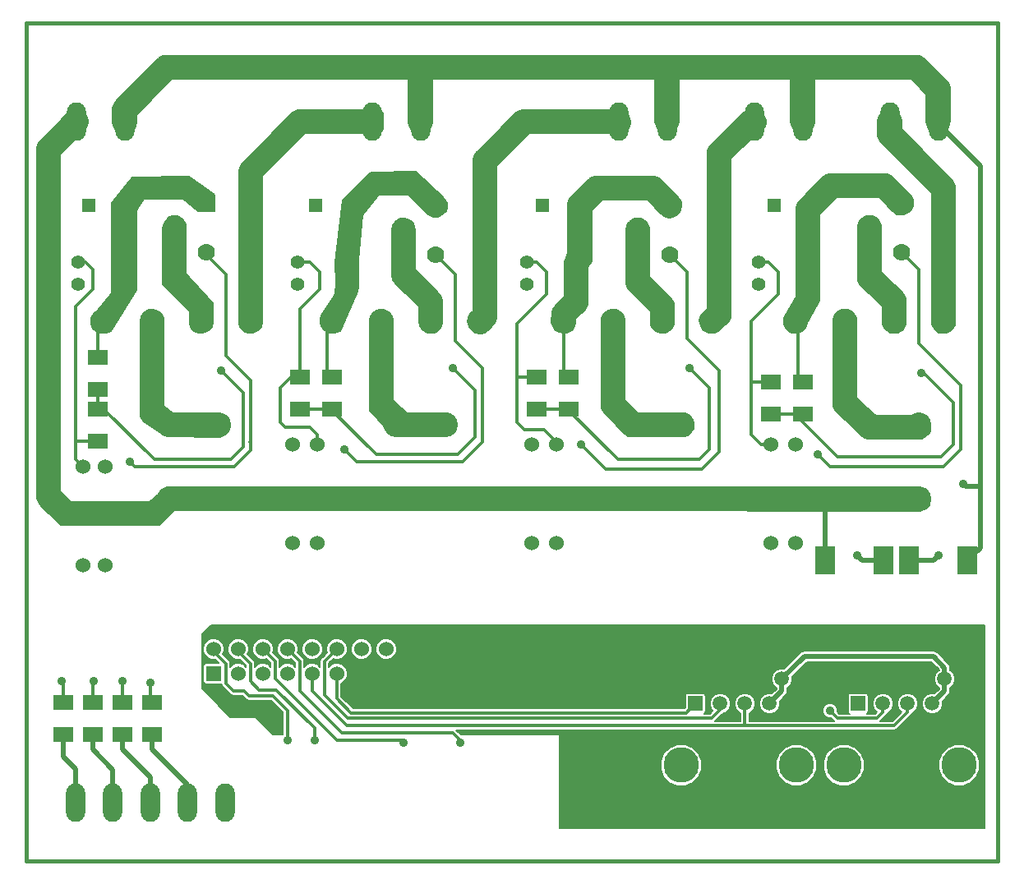
<source format=gtl>
G04 (created by PCBNEW (2013-jul-07)-stable) date ven. 28 nov. 2014 17:15:50 CET*
%MOIN*%
G04 Gerber Fmt 3.4, Leading zero omitted, Abs format*
%FSLAX34Y34*%
G01*
G70*
G90*
G04 APERTURE LIST*
%ADD10C,0.00590551*%
%ADD11C,0.015*%
%ADD12R,0.08X0.06*%
%ADD13O,0.078X0.156*%
%ADD14C,0.1*%
%ADD15C,0.055*%
%ADD16R,0.055X0.055*%
%ADD17C,0.1437*%
%ADD18R,0.0591X0.0591*%
%ADD19C,0.0591*%
%ADD20C,0.0787402*%
%ADD21C,0.07*%
%ADD22R,0.07X0.07*%
%ADD23R,0.06X0.06*%
%ADD24C,0.06*%
%ADD25R,0.0787X0.1181*%
%ADD26C,0.035*%
%ADD27C,0.011811*%
%ADD28C,0.0197*%
%ADD29C,0.005*%
G04 APERTURE END LIST*
G54D10*
G54D11*
X71500Y-62000D02*
X110900Y-62000D01*
X71500Y-28000D02*
X110900Y-28000D01*
X110900Y-28000D02*
X110800Y-28000D01*
X110900Y-62000D02*
X110900Y-28000D01*
X71500Y-62000D02*
X71500Y-28000D01*
G54D12*
X74400Y-42850D03*
X74400Y-41550D03*
G54D13*
X75490Y-32000D03*
X73520Y-32000D03*
G54D14*
X105700Y-47300D03*
X105700Y-44300D03*
X107700Y-47300D03*
X107700Y-44300D03*
X96100Y-47300D03*
X96100Y-44300D03*
X98100Y-47300D03*
X98100Y-44300D03*
X86500Y-47300D03*
X86500Y-44300D03*
X88500Y-47300D03*
X88500Y-44300D03*
X77300Y-47300D03*
X77300Y-44300D03*
X79300Y-47300D03*
X79300Y-44300D03*
G54D12*
X103000Y-43850D03*
X103000Y-42550D03*
X101700Y-43850D03*
X101700Y-42550D03*
G54D14*
X102700Y-40100D03*
X104700Y-40100D03*
X106700Y-40100D03*
X108700Y-40100D03*
G54D12*
X93500Y-43650D03*
X93500Y-42350D03*
X92200Y-43650D03*
X92200Y-42350D03*
G54D14*
X93300Y-40100D03*
X95300Y-40100D03*
X97300Y-40100D03*
X99300Y-40100D03*
G54D12*
X83900Y-43650D03*
X83900Y-42350D03*
X82600Y-43650D03*
X82600Y-42350D03*
G54D14*
X83900Y-40100D03*
X85900Y-40100D03*
X87900Y-40100D03*
X89900Y-40100D03*
G54D12*
X74400Y-43650D03*
X74400Y-44950D03*
G54D14*
X74600Y-40100D03*
X76600Y-40100D03*
X78600Y-40100D03*
X80600Y-40100D03*
G54D15*
X101200Y-38600D03*
X103200Y-38600D03*
G54D16*
X101850Y-35400D03*
G54D15*
X103350Y-35400D03*
X101200Y-37700D03*
X103200Y-37700D03*
X91800Y-38600D03*
X93800Y-38600D03*
G54D16*
X92450Y-35400D03*
G54D15*
X93950Y-35400D03*
X91800Y-37700D03*
X93800Y-37700D03*
X82500Y-38600D03*
X84500Y-38600D03*
G54D16*
X83250Y-35400D03*
G54D15*
X84750Y-35400D03*
X82500Y-37700D03*
X84500Y-37700D03*
X73600Y-38600D03*
X75600Y-38600D03*
G54D16*
X74050Y-35400D03*
G54D15*
X75550Y-35400D03*
X73600Y-37700D03*
X75600Y-37700D03*
G54D17*
X109338Y-58112D03*
X104665Y-58112D03*
G54D18*
X105250Y-55612D03*
G54D19*
X105750Y-54612D03*
X106250Y-55612D03*
X106750Y-54612D03*
X107250Y-55612D03*
X107750Y-54612D03*
X108250Y-55612D03*
X108750Y-54612D03*
G54D20*
X104250Y-60112D03*
X109700Y-60112D03*
G54D17*
X102738Y-58112D03*
X98065Y-58112D03*
G54D18*
X98650Y-55612D03*
G54D19*
X99150Y-54612D03*
X99650Y-55612D03*
X100150Y-54612D03*
X100650Y-55612D03*
X101150Y-54612D03*
X101650Y-55612D03*
X102150Y-54612D03*
G54D20*
X97650Y-60112D03*
X103100Y-60112D03*
G54D13*
X108490Y-32000D03*
X106520Y-32000D03*
X102990Y-32000D03*
X101020Y-32000D03*
X97490Y-32000D03*
X95520Y-32000D03*
X87490Y-32000D03*
X85520Y-32000D03*
G54D12*
X73000Y-56850D03*
X73000Y-55550D03*
X76600Y-56850D03*
X76600Y-55550D03*
X74200Y-56850D03*
X74200Y-55550D03*
X75400Y-56850D03*
X75400Y-55550D03*
G54D13*
X73500Y-59645D03*
X75015Y-59645D03*
X76531Y-59645D03*
X78047Y-59645D03*
X79562Y-59645D03*
G54D21*
X78800Y-37300D03*
X77500Y-36300D03*
G54D22*
X78800Y-35300D03*
G54D21*
X88100Y-37400D03*
X86800Y-36400D03*
G54D22*
X88100Y-35400D03*
G54D21*
X107000Y-37300D03*
X105700Y-36300D03*
G54D22*
X107000Y-35300D03*
G54D23*
X79100Y-54400D03*
G54D24*
X79100Y-53400D03*
X80100Y-54400D03*
X80100Y-53400D03*
X81100Y-54400D03*
X81100Y-53400D03*
X82100Y-54400D03*
X82100Y-53400D03*
X83100Y-54400D03*
X83100Y-53400D03*
X84100Y-54400D03*
X84100Y-53400D03*
X85100Y-54400D03*
X85100Y-53400D03*
X86100Y-54400D03*
X86100Y-53400D03*
G54D21*
X97600Y-37400D03*
X96300Y-36400D03*
G54D22*
X97600Y-35400D03*
G54D25*
X109681Y-49800D03*
X107319Y-49800D03*
X106281Y-49800D03*
X103919Y-49800D03*
G54D24*
X101700Y-49100D03*
X101700Y-45100D03*
X102700Y-49100D03*
X102700Y-45100D03*
X93000Y-49100D03*
X93000Y-45100D03*
X92000Y-49100D03*
X92000Y-45100D03*
X73800Y-50000D03*
X73800Y-46000D03*
X74700Y-50000D03*
X74700Y-46000D03*
X83300Y-49100D03*
X83300Y-45100D03*
X82300Y-49100D03*
X82300Y-45100D03*
G54D26*
X89100Y-57200D03*
X86800Y-57200D03*
X83200Y-57100D03*
X82100Y-57100D03*
X109500Y-46700D03*
X75700Y-45800D03*
X108500Y-49600D03*
X105200Y-49600D03*
X103600Y-45500D03*
X107800Y-42200D03*
X84400Y-45300D03*
X88800Y-42000D03*
X94000Y-45100D03*
X98400Y-42000D03*
X72950Y-54700D03*
X74250Y-54700D03*
X75400Y-54700D03*
X76550Y-54750D03*
X79400Y-42100D03*
X104100Y-55900D03*
G54D27*
X74400Y-41550D02*
X74400Y-40300D01*
X74400Y-40300D02*
X74600Y-40100D01*
X83700Y-42350D02*
X83700Y-40300D01*
X83700Y-40300D02*
X83900Y-40100D01*
X93300Y-42350D02*
X93300Y-40100D01*
X102800Y-42550D02*
X102800Y-40200D01*
X102800Y-40200D02*
X102700Y-40100D01*
X83100Y-54400D02*
X83100Y-55100D01*
X84500Y-56500D02*
X100650Y-56500D01*
X83100Y-55100D02*
X84500Y-56500D01*
X100650Y-55612D02*
X100650Y-56500D01*
X100650Y-56500D02*
X100700Y-56500D01*
X100700Y-56500D02*
X106700Y-56500D01*
X106700Y-56500D02*
X107250Y-55950D01*
X107250Y-55950D02*
X107250Y-55612D01*
G54D28*
X108750Y-54612D02*
X108750Y-54150D01*
X103062Y-53700D02*
X102150Y-54612D01*
X108300Y-53700D02*
X103062Y-53700D01*
X108750Y-54150D02*
X108300Y-53700D01*
X108750Y-54612D02*
X108750Y-55112D01*
X108750Y-55112D02*
X108250Y-55612D01*
X102150Y-54612D02*
X102150Y-55112D01*
X102150Y-55112D02*
X101650Y-55612D01*
G54D27*
X89100Y-57200D02*
X89100Y-57100D01*
X88800Y-56800D02*
X84300Y-56800D01*
X89100Y-57100D02*
X88800Y-56800D01*
X82100Y-53400D02*
X82600Y-53900D01*
X82600Y-55100D02*
X84300Y-56800D01*
X82600Y-53900D02*
X82600Y-55100D01*
X81600Y-53900D02*
X81100Y-53400D01*
X81600Y-54600D02*
X81600Y-53900D01*
X84100Y-57100D02*
X81600Y-54600D01*
X86700Y-57100D02*
X84100Y-57100D01*
X86800Y-57200D02*
X86700Y-57100D01*
X80600Y-54650D02*
X80600Y-54700D01*
X83200Y-56600D02*
X83200Y-57100D01*
X81650Y-55050D02*
X83200Y-56600D01*
X80950Y-55050D02*
X81650Y-55050D01*
X80600Y-54700D02*
X80950Y-55050D01*
X80100Y-53400D02*
X80100Y-53500D01*
X80600Y-54000D02*
X80600Y-54650D01*
X80100Y-53500D02*
X80600Y-54000D01*
X80550Y-55300D02*
X81500Y-55300D01*
X82100Y-55900D02*
X82100Y-57100D01*
X81500Y-55300D02*
X82100Y-55900D01*
X79900Y-55100D02*
X80350Y-55100D01*
X80350Y-55100D02*
X80550Y-55300D01*
X79600Y-54600D02*
X79600Y-54800D01*
X79600Y-54800D02*
X79900Y-55100D01*
X79100Y-53400D02*
X79100Y-53500D01*
X79600Y-54000D02*
X79600Y-54600D01*
X79100Y-53500D02*
X79600Y-54000D01*
G54D28*
X73500Y-59645D02*
X73500Y-58250D01*
X73000Y-57750D02*
X73000Y-56850D01*
X73500Y-58250D02*
X73000Y-57750D01*
X75015Y-59645D02*
X75015Y-58284D01*
X74200Y-57468D02*
X74200Y-56850D01*
X75015Y-58284D02*
X74200Y-57468D01*
X75400Y-56850D02*
X75400Y-57450D01*
X75400Y-57450D02*
X76531Y-58581D01*
X76531Y-58581D02*
X76531Y-59645D01*
X76531Y-59645D02*
X76531Y-58581D01*
X76600Y-56850D02*
X76600Y-57450D01*
X78047Y-58897D02*
X78047Y-59645D01*
X76600Y-57450D02*
X78047Y-58897D01*
X103919Y-49800D02*
X103919Y-47419D01*
X103919Y-47419D02*
X103900Y-47400D01*
X110200Y-46800D02*
X109600Y-46800D01*
X109600Y-46800D02*
X109500Y-46700D01*
X108490Y-32000D02*
X108490Y-32090D01*
X110200Y-49281D02*
X109681Y-49800D01*
X110200Y-33800D02*
X110200Y-46800D01*
X110200Y-46800D02*
X110200Y-49281D01*
X108490Y-32090D02*
X110200Y-33800D01*
G54D27*
X79560Y-46000D02*
X79920Y-46000D01*
X80580Y-45000D02*
X80600Y-45000D01*
X80600Y-45020D02*
X80580Y-45000D01*
X80600Y-45320D02*
X80600Y-45020D01*
X79920Y-46000D02*
X80600Y-45320D01*
X78800Y-37300D02*
X78800Y-37400D01*
X78800Y-37400D02*
X79600Y-38200D01*
X79600Y-41500D02*
X80600Y-42500D01*
X79600Y-38200D02*
X79600Y-41500D01*
X80600Y-45000D02*
X80600Y-42500D01*
X76400Y-46000D02*
X79560Y-46000D01*
X78800Y-37300D02*
X78900Y-37300D01*
X75900Y-46000D02*
X76400Y-46000D01*
X75700Y-45800D02*
X75900Y-46000D01*
X76300Y-46000D02*
X76400Y-46000D01*
G54D28*
X107319Y-49800D02*
X108300Y-49800D01*
X108300Y-49800D02*
X108500Y-49600D01*
X106281Y-49800D02*
X105400Y-49800D01*
X105400Y-49800D02*
X105200Y-49600D01*
G54D27*
X107700Y-38000D02*
X107000Y-37300D01*
X107700Y-41000D02*
X107700Y-38000D01*
X109400Y-42700D02*
X107700Y-41000D01*
X109400Y-45300D02*
X109400Y-42700D01*
X108700Y-46000D02*
X109400Y-45300D01*
X104100Y-46000D02*
X108700Y-46000D01*
X103600Y-45500D02*
X104100Y-46000D01*
X102800Y-43850D02*
X102800Y-44000D01*
X104400Y-45600D02*
X108600Y-45600D01*
X102800Y-44000D02*
X104400Y-45600D01*
X109100Y-45100D02*
X109100Y-43400D01*
X108600Y-45600D02*
X109100Y-45100D01*
X107900Y-42200D02*
X107800Y-42200D01*
X109100Y-43400D02*
X107900Y-42200D01*
X101700Y-43850D02*
X102800Y-43850D01*
X88900Y-38200D02*
X88100Y-37400D01*
X88900Y-40900D02*
X88900Y-38200D01*
X90000Y-42000D02*
X88900Y-40900D01*
X90000Y-45000D02*
X90000Y-42000D01*
X89200Y-45800D02*
X90000Y-45000D01*
X84900Y-45800D02*
X89200Y-45800D01*
X84400Y-45300D02*
X84900Y-45800D01*
X83700Y-43650D02*
X83850Y-43650D01*
X89700Y-42900D02*
X88800Y-42000D01*
X89700Y-44800D02*
X89700Y-42900D01*
X89000Y-45500D02*
X89700Y-44800D01*
X85700Y-45500D02*
X89000Y-45500D01*
X83850Y-43650D02*
X85700Y-45500D01*
X83700Y-43650D02*
X82600Y-43650D01*
X98300Y-38100D02*
X97600Y-37400D01*
X98300Y-40800D02*
X98300Y-38100D01*
X99600Y-42100D02*
X98300Y-40800D01*
X99600Y-45400D02*
X99600Y-42100D01*
X98900Y-46100D02*
X99600Y-45400D01*
X95000Y-46100D02*
X98900Y-46100D01*
X94000Y-45100D02*
X95000Y-46100D01*
X93300Y-43650D02*
X93450Y-43650D01*
X99200Y-42800D02*
X98400Y-42000D01*
X99200Y-45300D02*
X99200Y-42800D01*
X98800Y-45700D02*
X99200Y-45300D01*
X95500Y-45700D02*
X98800Y-45700D01*
X93450Y-43650D02*
X95500Y-45700D01*
X92200Y-43650D02*
X93300Y-43650D01*
X73000Y-54750D02*
X73000Y-55550D01*
X72950Y-54700D02*
X73000Y-54750D01*
X74200Y-54750D02*
X74200Y-55550D01*
X74250Y-54700D02*
X74200Y-54750D01*
X75400Y-54700D02*
X75400Y-55550D01*
X76550Y-54750D02*
X76550Y-55500D01*
X76550Y-55500D02*
X76600Y-55550D01*
X74400Y-43650D02*
X74650Y-43650D01*
X74650Y-43650D02*
X76700Y-45700D01*
X74400Y-43650D02*
X74400Y-42850D01*
X76700Y-45700D02*
X75600Y-44600D01*
X79400Y-42100D02*
X80300Y-43000D01*
X80300Y-43000D02*
X80300Y-45200D01*
X80300Y-45200D02*
X79800Y-45700D01*
X79800Y-45700D02*
X76700Y-45700D01*
X73500Y-45000D02*
X73500Y-45700D01*
X73500Y-45700D02*
X73800Y-46000D01*
X73500Y-43000D02*
X73500Y-45000D01*
X73600Y-37700D02*
X73900Y-37700D01*
X73500Y-39500D02*
X73500Y-40000D01*
X74200Y-38800D02*
X73500Y-39500D01*
X74200Y-38000D02*
X74200Y-38800D01*
X73900Y-37700D02*
X74200Y-38000D01*
X74400Y-44950D02*
X73500Y-44950D01*
X73500Y-44950D02*
X73500Y-45000D01*
X73500Y-43000D02*
X73500Y-40000D01*
X83300Y-45100D02*
X83300Y-44700D01*
X82250Y-42350D02*
X82600Y-42350D01*
X81800Y-42800D02*
X82250Y-42350D01*
X81800Y-44200D02*
X81800Y-42800D01*
X82000Y-44400D02*
X81800Y-44200D01*
X83000Y-44400D02*
X82000Y-44400D01*
X83300Y-44700D02*
X83000Y-44400D01*
X82600Y-42350D02*
X82600Y-39600D01*
X83000Y-37700D02*
X82500Y-37700D01*
X83400Y-38100D02*
X83000Y-37700D01*
X83400Y-38800D02*
X83400Y-38100D01*
X82600Y-39600D02*
X83400Y-38800D01*
X93000Y-45100D02*
X93000Y-45000D01*
X91400Y-44200D02*
X91400Y-42350D01*
X91700Y-44500D02*
X91400Y-44200D01*
X92500Y-44500D02*
X91700Y-44500D01*
X93000Y-45000D02*
X92500Y-44500D01*
X92200Y-42350D02*
X91400Y-42350D01*
X91400Y-42350D02*
X91400Y-42300D01*
X91400Y-42300D02*
X91400Y-40200D01*
X91400Y-40200D02*
X92600Y-39000D01*
X92600Y-39000D02*
X92600Y-38100D01*
X92600Y-38100D02*
X92200Y-37700D01*
X92200Y-37700D02*
X91800Y-37700D01*
X101700Y-45100D02*
X101300Y-45100D01*
X100900Y-44700D02*
X100900Y-44200D01*
X101300Y-45100D02*
X100900Y-44700D01*
X100900Y-43800D02*
X100900Y-44200D01*
X100900Y-43800D02*
X100900Y-42600D01*
X101700Y-42550D02*
X100900Y-42550D01*
X100900Y-42550D02*
X100900Y-42600D01*
X101200Y-37700D02*
X101600Y-37700D01*
X102000Y-38100D02*
X102000Y-38900D01*
X101600Y-37700D02*
X102000Y-38100D01*
X100900Y-41000D02*
X100900Y-40100D01*
X100900Y-40100D02*
X102000Y-39000D01*
X102000Y-39000D02*
X102000Y-38900D01*
X100900Y-42600D02*
X100900Y-41000D01*
X83600Y-54650D02*
X83600Y-55250D01*
X84550Y-56200D02*
X85400Y-56200D01*
X83600Y-55250D02*
X84550Y-56200D01*
X99650Y-55612D02*
X99650Y-55850D01*
X99650Y-55850D02*
X99300Y-56200D01*
X99300Y-56200D02*
X85400Y-56200D01*
X83600Y-53900D02*
X84100Y-53400D01*
X83600Y-54650D02*
X83600Y-53900D01*
X106250Y-55950D02*
X106250Y-55612D01*
X106000Y-56200D02*
X106250Y-55950D01*
X104400Y-56200D02*
X106000Y-56200D01*
X104100Y-55900D02*
X104400Y-56200D01*
X84100Y-54400D02*
X84100Y-55400D01*
X98280Y-55981D02*
X98650Y-55612D01*
X84681Y-55981D02*
X98280Y-55981D01*
X84100Y-55400D02*
X84681Y-55981D01*
G54D10*
G36*
X79125Y-35625D02*
X78459Y-35625D01*
X77859Y-35125D01*
X76286Y-35125D01*
X75975Y-35592D01*
X75975Y-38842D01*
X74932Y-40480D01*
X74744Y-40575D01*
X74553Y-40575D01*
X74362Y-40527D01*
X74219Y-40384D01*
X74125Y-40242D01*
X74125Y-40005D01*
X74175Y-39905D01*
X74175Y-39919D01*
X74975Y-38959D01*
X74975Y-35308D01*
X75812Y-34274D01*
X78092Y-34225D01*
X79125Y-34962D01*
X79125Y-35625D01*
X79125Y-35625D01*
G37*
G54D29*
X79125Y-35625D02*
X78459Y-35625D01*
X77859Y-35125D01*
X76286Y-35125D01*
X75975Y-35592D01*
X75975Y-38842D01*
X74932Y-40480D01*
X74744Y-40575D01*
X74553Y-40575D01*
X74362Y-40527D01*
X74219Y-40384D01*
X74125Y-40242D01*
X74125Y-40005D01*
X74175Y-39905D01*
X74175Y-39919D01*
X74975Y-38959D01*
X74975Y-35308D01*
X75812Y-34274D01*
X78092Y-34225D01*
X79125Y-34962D01*
X79125Y-35625D01*
G54D10*
G36*
X79075Y-40097D02*
X79026Y-40337D01*
X78885Y-40478D01*
X78645Y-40575D01*
X78457Y-40575D01*
X78315Y-40480D01*
X78219Y-40384D01*
X78125Y-40242D01*
X78125Y-40100D01*
X78125Y-39689D01*
X77025Y-38589D01*
X77025Y-36304D01*
X77121Y-36064D01*
X77313Y-35871D01*
X77454Y-35825D01*
X77641Y-35825D01*
X77832Y-35967D01*
X77975Y-36158D01*
X77975Y-36500D01*
X77975Y-38159D01*
X79075Y-39359D01*
X79075Y-40097D01*
X79075Y-40097D01*
G37*
G54D29*
X79075Y-40097D02*
X79026Y-40337D01*
X78885Y-40478D01*
X78645Y-40575D01*
X78457Y-40575D01*
X78315Y-40480D01*
X78219Y-40384D01*
X78125Y-40242D01*
X78125Y-40100D01*
X78125Y-39689D01*
X77025Y-38589D01*
X77025Y-36304D01*
X77121Y-36064D01*
X77313Y-35871D01*
X77454Y-35825D01*
X77641Y-35825D01*
X77832Y-35967D01*
X77975Y-36158D01*
X77975Y-36500D01*
X77975Y-38159D01*
X79075Y-39359D01*
X79075Y-40097D01*
G54D10*
G36*
X88575Y-35495D02*
X88528Y-35636D01*
X88385Y-35779D01*
X88194Y-35875D01*
X88005Y-35875D01*
X87814Y-35779D01*
X87010Y-34975D01*
X85788Y-34975D01*
X85125Y-35790D01*
X84975Y-37598D01*
X84975Y-38647D01*
X84926Y-38892D01*
X84231Y-40480D01*
X83995Y-40575D01*
X83854Y-40575D01*
X83711Y-40527D01*
X83568Y-40431D01*
X83472Y-40288D01*
X83425Y-40145D01*
X83425Y-40004D01*
X83472Y-39860D01*
X84024Y-39008D01*
X84075Y-38550D01*
X84025Y-37700D01*
X84323Y-35211D01*
X85460Y-34074D01*
X87290Y-34025D01*
X88380Y-35016D01*
X88575Y-35307D01*
X88575Y-35495D01*
X88575Y-35495D01*
G37*
G54D29*
X88575Y-35495D02*
X88528Y-35636D01*
X88385Y-35779D01*
X88194Y-35875D01*
X88005Y-35875D01*
X87814Y-35779D01*
X87010Y-34975D01*
X85788Y-34975D01*
X85125Y-35790D01*
X84975Y-37598D01*
X84975Y-38647D01*
X84926Y-38892D01*
X84231Y-40480D01*
X83995Y-40575D01*
X83854Y-40575D01*
X83711Y-40527D01*
X83568Y-40431D01*
X83472Y-40288D01*
X83425Y-40145D01*
X83425Y-40004D01*
X83472Y-39860D01*
X84024Y-39008D01*
X84075Y-38550D01*
X84025Y-37700D01*
X84323Y-35211D01*
X85460Y-34074D01*
X87290Y-34025D01*
X88380Y-35016D01*
X88575Y-35307D01*
X88575Y-35495D01*
G54D10*
G36*
X85975Y-32294D02*
X85884Y-32475D01*
X82789Y-32475D01*
X81075Y-34189D01*
X81075Y-40097D01*
X81026Y-40337D01*
X80885Y-40479D01*
X80694Y-40575D01*
X80550Y-40575D01*
X80504Y-40575D01*
X80363Y-40528D01*
X80267Y-40432D01*
X80171Y-40336D01*
X80125Y-40195D01*
X80125Y-40100D01*
X80125Y-33954D01*
X80221Y-33714D01*
X82314Y-31620D01*
X82505Y-31525D01*
X85150Y-31525D01*
X85886Y-31525D01*
X85975Y-31657D01*
X85975Y-32050D01*
X85975Y-32294D01*
X85975Y-32294D01*
G37*
G54D29*
X85975Y-32294D02*
X85884Y-32475D01*
X82789Y-32475D01*
X81075Y-34189D01*
X81075Y-40097D01*
X81026Y-40337D01*
X80885Y-40479D01*
X80694Y-40575D01*
X80550Y-40575D01*
X80504Y-40575D01*
X80363Y-40528D01*
X80267Y-40432D01*
X80171Y-40336D01*
X80125Y-40195D01*
X80125Y-40100D01*
X80125Y-33954D01*
X80221Y-33714D01*
X82314Y-31620D01*
X82505Y-31525D01*
X85150Y-31525D01*
X85886Y-31525D01*
X85975Y-31657D01*
X85975Y-32050D01*
X85975Y-32294D01*
G54D10*
G36*
X88974Y-44300D02*
X88926Y-44491D01*
X88880Y-44583D01*
X88689Y-44726D01*
X88496Y-44775D01*
X86503Y-44775D01*
X86310Y-44726D01*
X86168Y-44631D01*
X86071Y-44487D01*
X85970Y-44285D01*
X85425Y-43739D01*
X85425Y-40054D01*
X85472Y-39911D01*
X85568Y-39768D01*
X85711Y-39672D01*
X85854Y-39625D01*
X85950Y-39625D01*
X85994Y-39625D01*
X86185Y-39720D01*
X86279Y-39814D01*
X86326Y-39909D01*
X86375Y-40054D01*
X86375Y-43311D01*
X86940Y-43825D01*
X88545Y-43825D01*
X88690Y-43873D01*
X88785Y-43920D01*
X88879Y-44014D01*
X88926Y-44108D01*
X88974Y-44300D01*
X88974Y-44300D01*
G37*
G54D29*
X88974Y-44300D02*
X88926Y-44491D01*
X88880Y-44583D01*
X88689Y-44726D01*
X88496Y-44775D01*
X86503Y-44775D01*
X86310Y-44726D01*
X86168Y-44631D01*
X86071Y-44487D01*
X85970Y-44285D01*
X85425Y-43739D01*
X85425Y-40054D01*
X85472Y-39911D01*
X85568Y-39768D01*
X85711Y-39672D01*
X85854Y-39625D01*
X85950Y-39625D01*
X85994Y-39625D01*
X86185Y-39720D01*
X86279Y-39814D01*
X86326Y-39909D01*
X86375Y-40054D01*
X86375Y-43311D01*
X86940Y-43825D01*
X88545Y-43825D01*
X88690Y-43873D01*
X88785Y-43920D01*
X88879Y-44014D01*
X88926Y-44108D01*
X88974Y-44300D01*
G54D10*
G36*
X79775Y-44356D02*
X79736Y-44490D01*
X79670Y-44604D01*
X79565Y-44699D01*
X79451Y-44756D01*
X79336Y-44784D01*
X77273Y-44775D01*
X77090Y-44726D01*
X76277Y-44152D01*
X76144Y-43960D01*
X76125Y-43788D01*
X76125Y-40082D01*
X76153Y-39929D01*
X76229Y-39805D01*
X76324Y-39710D01*
X76458Y-39643D01*
X76552Y-39625D01*
X76647Y-39625D01*
X76770Y-39653D01*
X76903Y-39729D01*
X76990Y-39835D01*
X77037Y-39901D01*
X77065Y-39994D01*
X77075Y-40101D01*
X77075Y-43542D01*
X77451Y-43814D01*
X79168Y-43824D01*
X79471Y-43854D01*
X79613Y-43939D01*
X79689Y-44024D01*
X79746Y-44128D01*
X79775Y-44262D01*
X79775Y-44356D01*
X79775Y-44356D01*
G37*
G54D29*
X79775Y-44356D02*
X79736Y-44490D01*
X79670Y-44604D01*
X79565Y-44699D01*
X79451Y-44756D01*
X79336Y-44784D01*
X77273Y-44775D01*
X77090Y-44726D01*
X76277Y-44152D01*
X76144Y-43960D01*
X76125Y-43788D01*
X76125Y-40082D01*
X76153Y-39929D01*
X76229Y-39805D01*
X76324Y-39710D01*
X76458Y-39643D01*
X76552Y-39625D01*
X76647Y-39625D01*
X76770Y-39653D01*
X76903Y-39729D01*
X76990Y-39835D01*
X77037Y-39901D01*
X77065Y-39994D01*
X77075Y-40101D01*
X77075Y-43542D01*
X77451Y-43814D01*
X79168Y-43824D01*
X79471Y-43854D01*
X79613Y-43939D01*
X79689Y-44024D01*
X79746Y-44128D01*
X79775Y-44262D01*
X79775Y-44356D01*
G54D10*
G36*
X88375Y-40156D02*
X88336Y-40280D01*
X88279Y-40394D01*
X88166Y-40498D01*
X88061Y-40546D01*
X87956Y-40575D01*
X87862Y-40575D01*
X87767Y-40555D01*
X87653Y-40508D01*
X87529Y-40403D01*
X87453Y-40271D01*
X87425Y-40127D01*
X87425Y-39509D01*
X86508Y-38583D01*
X86373Y-38418D01*
X86325Y-38207D01*
X86325Y-36353D01*
X86353Y-36238D01*
X86382Y-36181D01*
X86420Y-36114D01*
X86477Y-36048D01*
X86552Y-35991D01*
X86666Y-35944D01*
X86799Y-35925D01*
X86980Y-35963D01*
X87094Y-36029D01*
X87189Y-36134D01*
X87246Y-36248D01*
X87275Y-36382D01*
X87275Y-37990D01*
X88141Y-38857D01*
X88279Y-39014D01*
X88346Y-39129D01*
X88375Y-39262D01*
X88375Y-40050D01*
X88375Y-40156D01*
X88375Y-40156D01*
G37*
G54D29*
X88375Y-40156D02*
X88336Y-40280D01*
X88279Y-40394D01*
X88166Y-40498D01*
X88061Y-40546D01*
X87956Y-40575D01*
X87862Y-40575D01*
X87767Y-40555D01*
X87653Y-40508D01*
X87529Y-40403D01*
X87453Y-40271D01*
X87425Y-40127D01*
X87425Y-39509D01*
X86508Y-38583D01*
X86373Y-38418D01*
X86325Y-38207D01*
X86325Y-36353D01*
X86353Y-36238D01*
X86382Y-36181D01*
X86420Y-36114D01*
X86477Y-36048D01*
X86552Y-35991D01*
X86666Y-35944D01*
X86799Y-35925D01*
X86980Y-35963D01*
X87094Y-36029D01*
X87189Y-36134D01*
X87246Y-36248D01*
X87275Y-36382D01*
X87275Y-37990D01*
X88141Y-38857D01*
X88279Y-39014D01*
X88346Y-39129D01*
X88375Y-39262D01*
X88375Y-40050D01*
X88375Y-40156D01*
G54D10*
G36*
X95994Y-32027D02*
X95956Y-32200D01*
X95891Y-32312D01*
X95622Y-32494D01*
X95110Y-32475D01*
X91899Y-32475D01*
X90575Y-33799D01*
X90565Y-39985D01*
X90498Y-40156D01*
X90263Y-40431D01*
X90089Y-40546D01*
X89929Y-40584D01*
X89700Y-40546D01*
X89567Y-40441D01*
X89472Y-40327D01*
X89424Y-40194D01*
X89415Y-40090D01*
X89434Y-39967D01*
X89481Y-39862D01*
X89549Y-39766D01*
X89625Y-39690D01*
X89625Y-33760D01*
X89625Y-33533D01*
X89672Y-33381D01*
X89749Y-33276D01*
X89857Y-33167D01*
X91385Y-31630D01*
X91518Y-31553D01*
X91662Y-31525D01*
X91940Y-31525D01*
X95150Y-31525D01*
X95632Y-31525D01*
X95891Y-31697D01*
X95985Y-31867D01*
X95994Y-32027D01*
X95994Y-32027D01*
G37*
G54D29*
X95994Y-32027D02*
X95956Y-32200D01*
X95891Y-32312D01*
X95622Y-32494D01*
X95110Y-32475D01*
X91899Y-32475D01*
X90575Y-33799D01*
X90565Y-39985D01*
X90498Y-40156D01*
X90263Y-40431D01*
X90089Y-40546D01*
X89929Y-40584D01*
X89700Y-40546D01*
X89567Y-40441D01*
X89472Y-40327D01*
X89424Y-40194D01*
X89415Y-40090D01*
X89434Y-39967D01*
X89481Y-39862D01*
X89549Y-39766D01*
X89625Y-39690D01*
X89625Y-33760D01*
X89625Y-33533D01*
X89672Y-33381D01*
X89749Y-33276D01*
X89857Y-33167D01*
X91385Y-31630D01*
X91518Y-31553D01*
X91662Y-31525D01*
X91940Y-31525D01*
X95150Y-31525D01*
X95632Y-31525D01*
X95891Y-31697D01*
X95985Y-31867D01*
X95994Y-32027D01*
G54D10*
G36*
X98084Y-35418D02*
X98046Y-35571D01*
X97999Y-35665D01*
X97901Y-35772D01*
X97865Y-35809D01*
X97743Y-35865D01*
X97581Y-35884D01*
X97448Y-35856D01*
X97333Y-35798D01*
X97206Y-35691D01*
X96690Y-35175D01*
X94859Y-35175D01*
X94425Y-35609D01*
X94425Y-37500D01*
X94425Y-37626D01*
X94396Y-37729D01*
X94275Y-37912D01*
X94275Y-39328D01*
X94265Y-39433D01*
X94218Y-39537D01*
X94160Y-39623D01*
X93775Y-39999D01*
X93775Y-40146D01*
X93746Y-40261D01*
X93698Y-40366D01*
X93623Y-40451D01*
X93499Y-40537D01*
X93405Y-40565D01*
X93291Y-40574D01*
X93137Y-40545D01*
X93033Y-40498D01*
X92948Y-40422D01*
X92891Y-40346D01*
X92853Y-40270D01*
X92815Y-40155D01*
X92815Y-40120D01*
X92824Y-39743D01*
X92862Y-39591D01*
X92988Y-39426D01*
X93325Y-39090D01*
X93325Y-37695D01*
X93475Y-37345D01*
X93475Y-35334D01*
X93551Y-35133D01*
X94335Y-34329D01*
X94430Y-34272D01*
X94565Y-34224D01*
X94730Y-34215D01*
X96936Y-34215D01*
X97090Y-34253D01*
X97155Y-34290D01*
X97223Y-34348D01*
X97911Y-35026D01*
X98018Y-35172D01*
X98065Y-35276D01*
X98084Y-35418D01*
X98084Y-35418D01*
G37*
G54D29*
X98084Y-35418D02*
X98046Y-35571D01*
X97999Y-35665D01*
X97901Y-35772D01*
X97865Y-35809D01*
X97743Y-35865D01*
X97581Y-35884D01*
X97448Y-35856D01*
X97333Y-35798D01*
X97206Y-35691D01*
X96690Y-35175D01*
X94859Y-35175D01*
X94425Y-35609D01*
X94425Y-37500D01*
X94425Y-37626D01*
X94396Y-37729D01*
X94275Y-37912D01*
X94275Y-39328D01*
X94265Y-39433D01*
X94218Y-39537D01*
X94160Y-39623D01*
X93775Y-39999D01*
X93775Y-40146D01*
X93746Y-40261D01*
X93698Y-40366D01*
X93623Y-40451D01*
X93499Y-40537D01*
X93405Y-40565D01*
X93291Y-40574D01*
X93137Y-40545D01*
X93033Y-40498D01*
X92948Y-40422D01*
X92891Y-40346D01*
X92853Y-40270D01*
X92815Y-40155D01*
X92815Y-40120D01*
X92824Y-39743D01*
X92862Y-39591D01*
X92988Y-39426D01*
X93325Y-39090D01*
X93325Y-37695D01*
X93475Y-37345D01*
X93475Y-35334D01*
X93551Y-35133D01*
X94335Y-34329D01*
X94430Y-34272D01*
X94565Y-34224D01*
X94730Y-34215D01*
X96936Y-34215D01*
X97090Y-34253D01*
X97155Y-34290D01*
X97223Y-34348D01*
X97911Y-35026D01*
X98018Y-35172D01*
X98065Y-35276D01*
X98084Y-35418D01*
G54D10*
G36*
X98575Y-44328D02*
X98555Y-44452D01*
X98518Y-44536D01*
X98442Y-44632D01*
X98337Y-44717D01*
X98165Y-44775D01*
X96120Y-44775D01*
X95994Y-44765D01*
X95919Y-44746D01*
X95834Y-44699D01*
X95776Y-44651D01*
X94920Y-43785D01*
X94844Y-43632D01*
X94825Y-43517D01*
X94825Y-40120D01*
X94834Y-39986D01*
X94872Y-39901D01*
X94930Y-39804D01*
X94976Y-39748D01*
X95033Y-39711D01*
X95110Y-39662D01*
X95224Y-39625D01*
X95337Y-39625D01*
X95442Y-39644D01*
X95547Y-39691D01*
X95622Y-39748D01*
X95689Y-39824D01*
X95746Y-39919D01*
X95765Y-39994D01*
X95775Y-40061D01*
X95775Y-43290D01*
X96309Y-43825D01*
X98128Y-43825D01*
X98251Y-43844D01*
X98374Y-43910D01*
X98451Y-43986D01*
X98537Y-44101D01*
X98575Y-44214D01*
X98575Y-44328D01*
X98575Y-44328D01*
G37*
G54D29*
X98575Y-44328D02*
X98555Y-44452D01*
X98518Y-44536D01*
X98442Y-44632D01*
X98337Y-44717D01*
X98165Y-44775D01*
X96120Y-44775D01*
X95994Y-44765D01*
X95919Y-44746D01*
X95834Y-44699D01*
X95776Y-44651D01*
X94920Y-43785D01*
X94844Y-43632D01*
X94825Y-43517D01*
X94825Y-40120D01*
X94834Y-39986D01*
X94872Y-39901D01*
X94930Y-39804D01*
X94976Y-39748D01*
X95033Y-39711D01*
X95110Y-39662D01*
X95224Y-39625D01*
X95337Y-39625D01*
X95442Y-39644D01*
X95547Y-39691D01*
X95622Y-39748D01*
X95689Y-39824D01*
X95746Y-39919D01*
X95765Y-39994D01*
X95775Y-40061D01*
X95775Y-43290D01*
X96309Y-43825D01*
X98128Y-43825D01*
X98251Y-43844D01*
X98374Y-43910D01*
X98451Y-43986D01*
X98537Y-44101D01*
X98575Y-44214D01*
X98575Y-44328D01*
G54D10*
G36*
X97775Y-40098D02*
X97765Y-40214D01*
X97727Y-40308D01*
X97670Y-40403D01*
X97584Y-40479D01*
X97508Y-40527D01*
X97423Y-40565D01*
X97308Y-40575D01*
X97233Y-40575D01*
X97109Y-40536D01*
X97005Y-40479D01*
X96929Y-40404D01*
X96881Y-40327D01*
X96834Y-40233D01*
X96825Y-40118D01*
X96825Y-40020D01*
X96825Y-39699D01*
X95910Y-38774D01*
X95853Y-38670D01*
X95825Y-38576D01*
X95825Y-38420D01*
X95825Y-36362D01*
X95853Y-36229D01*
X95910Y-36133D01*
X95967Y-36058D01*
X96062Y-35991D01*
X96186Y-35934D01*
X96289Y-35925D01*
X96433Y-35944D01*
X96547Y-35991D01*
X96642Y-36067D01*
X96708Y-36152D01*
X96746Y-36238D01*
X96765Y-36305D01*
X96775Y-36371D01*
X96775Y-38300D01*
X97640Y-39166D01*
X97727Y-39291D01*
X97765Y-39395D01*
X97775Y-39471D01*
X97775Y-40098D01*
X97775Y-40098D01*
G37*
G54D29*
X97775Y-40098D02*
X97765Y-40214D01*
X97727Y-40308D01*
X97670Y-40403D01*
X97584Y-40479D01*
X97508Y-40527D01*
X97423Y-40565D01*
X97308Y-40575D01*
X97233Y-40575D01*
X97109Y-40536D01*
X97005Y-40479D01*
X96929Y-40404D01*
X96881Y-40327D01*
X96834Y-40233D01*
X96825Y-40118D01*
X96825Y-40020D01*
X96825Y-39699D01*
X95910Y-38774D01*
X95853Y-38670D01*
X95825Y-38576D01*
X95825Y-38420D01*
X95825Y-36362D01*
X95853Y-36229D01*
X95910Y-36133D01*
X95967Y-36058D01*
X96062Y-35991D01*
X96186Y-35934D01*
X96289Y-35925D01*
X96433Y-35944D01*
X96547Y-35991D01*
X96642Y-36067D01*
X96708Y-36152D01*
X96746Y-36238D01*
X96765Y-36305D01*
X96775Y-36371D01*
X96775Y-38300D01*
X97640Y-39166D01*
X97727Y-39291D01*
X97765Y-39395D01*
X97775Y-39471D01*
X97775Y-40098D01*
G54D10*
G36*
X101495Y-32075D02*
X101456Y-32181D01*
X101418Y-32275D01*
X101393Y-32300D01*
X101104Y-32500D01*
X100862Y-32721D01*
X100085Y-33499D01*
X100075Y-39759D01*
X100065Y-39915D01*
X100037Y-40019D01*
X99970Y-40113D01*
X99713Y-40371D01*
X99565Y-40489D01*
X99451Y-40555D01*
X99309Y-40574D01*
X99176Y-40565D01*
X99033Y-40498D01*
X98939Y-40413D01*
X98862Y-40299D01*
X98824Y-40165D01*
X98815Y-40072D01*
X98882Y-39861D01*
X98988Y-39726D01*
X99125Y-39590D01*
X99125Y-33262D01*
X99143Y-33148D01*
X99210Y-33024D01*
X99397Y-32827D01*
X100556Y-31659D01*
X100623Y-31610D01*
X100703Y-31561D01*
X100798Y-31503D01*
X100902Y-31485D01*
X101018Y-31485D01*
X101150Y-31503D01*
X101294Y-31609D01*
X101410Y-31715D01*
X101447Y-31780D01*
X101495Y-31914D01*
X101495Y-32030D01*
X101495Y-32075D01*
X101495Y-32075D01*
G37*
G54D29*
X101495Y-32075D02*
X101456Y-32181D01*
X101418Y-32275D01*
X101393Y-32300D01*
X101104Y-32500D01*
X100862Y-32721D01*
X100085Y-33499D01*
X100075Y-39759D01*
X100065Y-39915D01*
X100037Y-40019D01*
X99970Y-40113D01*
X99713Y-40371D01*
X99565Y-40489D01*
X99451Y-40555D01*
X99309Y-40574D01*
X99176Y-40565D01*
X99033Y-40498D01*
X98939Y-40413D01*
X98862Y-40299D01*
X98824Y-40165D01*
X98815Y-40072D01*
X98882Y-39861D01*
X98988Y-39726D01*
X99125Y-39590D01*
X99125Y-33262D01*
X99143Y-33148D01*
X99210Y-33024D01*
X99397Y-32827D01*
X100556Y-31659D01*
X100623Y-31610D01*
X100703Y-31561D01*
X100798Y-31503D01*
X100902Y-31485D01*
X101018Y-31485D01*
X101150Y-31503D01*
X101294Y-31609D01*
X101410Y-31715D01*
X101447Y-31780D01*
X101495Y-31914D01*
X101495Y-32030D01*
X101495Y-32075D01*
G54D10*
G36*
X107485Y-35336D02*
X107465Y-35413D01*
X107446Y-35480D01*
X107409Y-35555D01*
X107342Y-35631D01*
X107247Y-35708D01*
X107114Y-35765D01*
X106981Y-35774D01*
X106819Y-35746D01*
X106694Y-35659D01*
X106636Y-35620D01*
X106100Y-35075D01*
X104359Y-35075D01*
X103675Y-35759D01*
X103675Y-39263D01*
X103176Y-40169D01*
X103137Y-40289D01*
X103070Y-40394D01*
X103003Y-40460D01*
X102908Y-40527D01*
X102814Y-40565D01*
X102700Y-40574D01*
X102585Y-40565D01*
X102481Y-40527D01*
X102396Y-40470D01*
X102310Y-40375D01*
X102263Y-40290D01*
X102234Y-40195D01*
X102225Y-40050D01*
X102234Y-39947D01*
X102724Y-39096D01*
X102735Y-37620D01*
X102725Y-35464D01*
X102791Y-35293D01*
X103337Y-34727D01*
X103864Y-34210D01*
X103978Y-34153D01*
X104084Y-34124D01*
X104171Y-34115D01*
X106318Y-34124D01*
X106443Y-34144D01*
X106519Y-34172D01*
X106583Y-34209D01*
X106622Y-34257D01*
X106733Y-34348D01*
X107341Y-34966D01*
X107399Y-35034D01*
X107437Y-35100D01*
X107465Y-35176D01*
X107475Y-35234D01*
X107485Y-35292D01*
X107485Y-35336D01*
X107485Y-35336D01*
G37*
G54D29*
X107485Y-35336D02*
X107465Y-35413D01*
X107446Y-35480D01*
X107409Y-35555D01*
X107342Y-35631D01*
X107247Y-35708D01*
X107114Y-35765D01*
X106981Y-35774D01*
X106819Y-35746D01*
X106694Y-35659D01*
X106636Y-35620D01*
X106100Y-35075D01*
X104359Y-35075D01*
X103675Y-35759D01*
X103675Y-39263D01*
X103176Y-40169D01*
X103137Y-40289D01*
X103070Y-40394D01*
X103003Y-40460D01*
X102908Y-40527D01*
X102814Y-40565D01*
X102700Y-40574D01*
X102585Y-40565D01*
X102481Y-40527D01*
X102396Y-40470D01*
X102310Y-40375D01*
X102263Y-40290D01*
X102234Y-40195D01*
X102225Y-40050D01*
X102234Y-39947D01*
X102724Y-39096D01*
X102735Y-37620D01*
X102725Y-35464D01*
X102791Y-35293D01*
X103337Y-34727D01*
X103864Y-34210D01*
X103978Y-34153D01*
X104084Y-34124D01*
X104171Y-34115D01*
X106318Y-34124D01*
X106443Y-34144D01*
X106519Y-34172D01*
X106583Y-34209D01*
X106622Y-34257D01*
X106733Y-34348D01*
X107341Y-34966D01*
X107399Y-35034D01*
X107437Y-35100D01*
X107465Y-35176D01*
X107475Y-35234D01*
X107485Y-35292D01*
X107485Y-35336D01*
G54D10*
G36*
X107185Y-40057D02*
X107155Y-40233D01*
X107108Y-40356D01*
X107023Y-40451D01*
X106947Y-40508D01*
X106861Y-40546D01*
X106766Y-40575D01*
X106642Y-40575D01*
X106548Y-40556D01*
X106453Y-40508D01*
X106367Y-40442D01*
X106310Y-40366D01*
X106272Y-40298D01*
X106243Y-40231D01*
X106225Y-40156D01*
X106225Y-39499D01*
X105301Y-38585D01*
X105244Y-38452D01*
X105225Y-38357D01*
X105225Y-36263D01*
X105263Y-36109D01*
X105329Y-36005D01*
X105425Y-35910D01*
X105509Y-35863D01*
X105605Y-35834D01*
X105671Y-35825D01*
X105737Y-35825D01*
X105842Y-35844D01*
X105908Y-35872D01*
X105975Y-35910D01*
X106051Y-35976D01*
X106118Y-36072D01*
X106146Y-36139D01*
X106165Y-36186D01*
X106175Y-36261D01*
X106175Y-38090D01*
X107060Y-38975D01*
X107137Y-39101D01*
X107165Y-39176D01*
X107185Y-39282D01*
X107185Y-40057D01*
X107185Y-40057D01*
G37*
G54D29*
X107185Y-40057D02*
X107155Y-40233D01*
X107108Y-40356D01*
X107023Y-40451D01*
X106947Y-40508D01*
X106861Y-40546D01*
X106766Y-40575D01*
X106642Y-40575D01*
X106548Y-40556D01*
X106453Y-40508D01*
X106367Y-40442D01*
X106310Y-40366D01*
X106272Y-40298D01*
X106243Y-40231D01*
X106225Y-40156D01*
X106225Y-39499D01*
X105301Y-38585D01*
X105244Y-38452D01*
X105225Y-38357D01*
X105225Y-36263D01*
X105263Y-36109D01*
X105329Y-36005D01*
X105425Y-35910D01*
X105509Y-35863D01*
X105605Y-35834D01*
X105671Y-35825D01*
X105737Y-35825D01*
X105842Y-35844D01*
X105908Y-35872D01*
X105975Y-35910D01*
X106051Y-35976D01*
X106118Y-36072D01*
X106146Y-36139D01*
X106165Y-36186D01*
X106175Y-36261D01*
X106175Y-38090D01*
X107060Y-38975D01*
X107137Y-39101D01*
X107165Y-39176D01*
X107185Y-39282D01*
X107185Y-40057D01*
G54D10*
G36*
X108965Y-31898D02*
X108945Y-32114D01*
X108917Y-32199D01*
X108869Y-32284D01*
X108754Y-32400D01*
X108639Y-32476D01*
X108536Y-32505D01*
X108433Y-32505D01*
X108319Y-32476D01*
X108224Y-32419D01*
X108168Y-32372D01*
X108111Y-32296D01*
X108053Y-32190D01*
X108024Y-32094D01*
X108015Y-32018D01*
X108015Y-30899D01*
X107400Y-30275D01*
X103465Y-30275D01*
X103465Y-32037D01*
X103436Y-32171D01*
X103370Y-32294D01*
X103273Y-32381D01*
X103167Y-32468D01*
X103095Y-32495D01*
X102913Y-32495D01*
X102810Y-32466D01*
X102736Y-32420D01*
X102629Y-32304D01*
X102553Y-32199D01*
X102515Y-32037D01*
X102515Y-30275D01*
X97965Y-30275D01*
X97965Y-31997D01*
X97916Y-32210D01*
X97830Y-32343D01*
X97718Y-32446D01*
X97577Y-32475D01*
X97431Y-32475D01*
X97319Y-32465D01*
X97176Y-32360D01*
X97091Y-32276D01*
X97024Y-32104D01*
X97015Y-32008D01*
X97015Y-30275D01*
X87965Y-30275D01*
X87965Y-32076D01*
X87917Y-32227D01*
X87823Y-32341D01*
X87689Y-32426D01*
X87507Y-32474D01*
X87364Y-32465D01*
X87204Y-32418D01*
X87110Y-32296D01*
X87034Y-32161D01*
X87015Y-32028D01*
X87015Y-30275D01*
X77409Y-30275D01*
X75975Y-31719D01*
X75975Y-32027D01*
X75946Y-32171D01*
X75908Y-32247D01*
X75840Y-32343D01*
X75763Y-32421D01*
X75649Y-32506D01*
X75548Y-32524D01*
X75426Y-32515D01*
X75233Y-32418D01*
X75138Y-32343D01*
X75072Y-32238D01*
X75024Y-32132D01*
X75005Y-32027D01*
X75005Y-31424D01*
X75061Y-31282D01*
X75178Y-31136D01*
X76875Y-29439D01*
X76980Y-29372D01*
X77066Y-29344D01*
X77143Y-29325D01*
X77260Y-29325D01*
X107597Y-29315D01*
X107752Y-29344D01*
X107837Y-29381D01*
X107914Y-29439D01*
X108012Y-29528D01*
X108869Y-30395D01*
X108926Y-30500D01*
X108965Y-30614D01*
X108965Y-31898D01*
X108965Y-31898D01*
G37*
G54D29*
X108965Y-31898D02*
X108945Y-32114D01*
X108917Y-32199D01*
X108869Y-32284D01*
X108754Y-32400D01*
X108639Y-32476D01*
X108536Y-32505D01*
X108433Y-32505D01*
X108319Y-32476D01*
X108224Y-32419D01*
X108168Y-32372D01*
X108111Y-32296D01*
X108053Y-32190D01*
X108024Y-32094D01*
X108015Y-32018D01*
X108015Y-30899D01*
X107400Y-30275D01*
X103465Y-30275D01*
X103465Y-32037D01*
X103436Y-32171D01*
X103370Y-32294D01*
X103273Y-32381D01*
X103167Y-32468D01*
X103095Y-32495D01*
X102913Y-32495D01*
X102810Y-32466D01*
X102736Y-32420D01*
X102629Y-32304D01*
X102553Y-32199D01*
X102515Y-32037D01*
X102515Y-30275D01*
X97965Y-30275D01*
X97965Y-31997D01*
X97916Y-32210D01*
X97830Y-32343D01*
X97718Y-32446D01*
X97577Y-32475D01*
X97431Y-32475D01*
X97319Y-32465D01*
X97176Y-32360D01*
X97091Y-32276D01*
X97024Y-32104D01*
X97015Y-32008D01*
X97015Y-30275D01*
X87965Y-30275D01*
X87965Y-32076D01*
X87917Y-32227D01*
X87823Y-32341D01*
X87689Y-32426D01*
X87507Y-32474D01*
X87364Y-32465D01*
X87204Y-32418D01*
X87110Y-32296D01*
X87034Y-32161D01*
X87015Y-32028D01*
X87015Y-30275D01*
X77409Y-30275D01*
X75975Y-31719D01*
X75975Y-32027D01*
X75946Y-32171D01*
X75908Y-32247D01*
X75840Y-32343D01*
X75763Y-32421D01*
X75649Y-32506D01*
X75548Y-32524D01*
X75426Y-32515D01*
X75233Y-32418D01*
X75138Y-32343D01*
X75072Y-32238D01*
X75024Y-32132D01*
X75005Y-32027D01*
X75005Y-31424D01*
X75061Y-31282D01*
X75178Y-31136D01*
X76875Y-29439D01*
X76980Y-29372D01*
X77066Y-29344D01*
X77143Y-29325D01*
X77260Y-29325D01*
X107597Y-29315D01*
X107752Y-29344D01*
X107837Y-29381D01*
X107914Y-29439D01*
X108012Y-29528D01*
X108869Y-30395D01*
X108926Y-30500D01*
X108965Y-30614D01*
X108965Y-31898D01*
G54D10*
G36*
X108174Y-47271D02*
X108126Y-47548D01*
X107995Y-47698D01*
X107735Y-47785D01*
X105390Y-47785D01*
X96130Y-47775D01*
X77489Y-47775D01*
X76889Y-48375D01*
X73900Y-48375D01*
X72910Y-48375D01*
X72119Y-47584D01*
X71925Y-47292D01*
X71925Y-46650D01*
X71925Y-33072D01*
X71953Y-32939D01*
X72029Y-32815D01*
X72587Y-32247D01*
X73185Y-31649D01*
X73378Y-31534D01*
X73539Y-31515D01*
X73670Y-31533D01*
X73881Y-31677D01*
X73938Y-31762D01*
X73986Y-31858D01*
X74005Y-31952D01*
X74005Y-32037D01*
X73985Y-32122D01*
X73947Y-32228D01*
X73900Y-32294D01*
X73592Y-32622D01*
X73412Y-32781D01*
X72875Y-33319D01*
X72875Y-47010D01*
X73289Y-47425D01*
X76509Y-47425D01*
X77209Y-46825D01*
X105700Y-46825D01*
X107686Y-46825D01*
X107976Y-46902D01*
X108107Y-47052D01*
X108174Y-47271D01*
X108174Y-47271D01*
G37*
G54D29*
X108174Y-47271D02*
X108126Y-47548D01*
X107995Y-47698D01*
X107735Y-47785D01*
X105390Y-47785D01*
X96130Y-47775D01*
X77489Y-47775D01*
X76889Y-48375D01*
X73900Y-48375D01*
X72910Y-48375D01*
X72119Y-47584D01*
X71925Y-47292D01*
X71925Y-46650D01*
X71925Y-33072D01*
X71953Y-32939D01*
X72029Y-32815D01*
X72587Y-32247D01*
X73185Y-31649D01*
X73378Y-31534D01*
X73539Y-31515D01*
X73670Y-31533D01*
X73881Y-31677D01*
X73938Y-31762D01*
X73986Y-31858D01*
X74005Y-31952D01*
X74005Y-32037D01*
X73985Y-32122D01*
X73947Y-32228D01*
X73900Y-32294D01*
X73592Y-32622D01*
X73412Y-32781D01*
X72875Y-33319D01*
X72875Y-47010D01*
X73289Y-47425D01*
X76509Y-47425D01*
X77209Y-46825D01*
X105700Y-46825D01*
X107686Y-46825D01*
X107976Y-46902D01*
X108107Y-47052D01*
X108174Y-47271D01*
G54D10*
G36*
X109184Y-34761D02*
X109175Y-40108D01*
X109155Y-40251D01*
X109080Y-40384D01*
X108965Y-40489D01*
X108842Y-40555D01*
X108690Y-40574D01*
X108519Y-40546D01*
X108367Y-40441D01*
X108272Y-40308D01*
X108234Y-40195D01*
X108225Y-39999D01*
X108225Y-34899D01*
X106121Y-32795D01*
X106063Y-32661D01*
X106035Y-32556D01*
X106035Y-32170D01*
X106044Y-31915D01*
X106111Y-31753D01*
X106264Y-31591D01*
X106424Y-31525D01*
X106537Y-31525D01*
X106720Y-31563D01*
X106823Y-31629D01*
X106909Y-31724D01*
X106975Y-31838D01*
X106995Y-32001D01*
X106995Y-32310D01*
X109070Y-34395D01*
X109146Y-34519D01*
X109175Y-34643D01*
X109184Y-34761D01*
X109184Y-34761D01*
G37*
G54D29*
X109184Y-34761D02*
X109175Y-40108D01*
X109155Y-40251D01*
X109080Y-40384D01*
X108965Y-40489D01*
X108842Y-40555D01*
X108690Y-40574D01*
X108519Y-40546D01*
X108367Y-40441D01*
X108272Y-40308D01*
X108234Y-40195D01*
X108225Y-39999D01*
X108225Y-34899D01*
X106121Y-32795D01*
X106063Y-32661D01*
X106035Y-32556D01*
X106035Y-32170D01*
X106044Y-31915D01*
X106111Y-31753D01*
X106264Y-31591D01*
X106424Y-31525D01*
X106537Y-31525D01*
X106720Y-31563D01*
X106823Y-31629D01*
X106909Y-31724D01*
X106975Y-31838D01*
X106995Y-32001D01*
X106995Y-32310D01*
X109070Y-34395D01*
X109146Y-34519D01*
X109175Y-34643D01*
X109184Y-34761D01*
G54D10*
G36*
X108175Y-44437D02*
X108155Y-44552D01*
X108099Y-44665D01*
X107984Y-44779D01*
X107851Y-44856D01*
X107737Y-44875D01*
X105624Y-44875D01*
X105510Y-44837D01*
X105355Y-44740D01*
X105257Y-44642D01*
X104301Y-43685D01*
X104244Y-43553D01*
X104225Y-43418D01*
X104225Y-43280D01*
X104225Y-40120D01*
X104225Y-40024D01*
X104263Y-39929D01*
X104301Y-39834D01*
X104357Y-39777D01*
X104415Y-39719D01*
X104509Y-39663D01*
X104586Y-39644D01*
X104663Y-39625D01*
X104757Y-39625D01*
X104851Y-39643D01*
X104965Y-39700D01*
X105061Y-39796D01*
X105118Y-39872D01*
X105156Y-39967D01*
X105175Y-40043D01*
X105175Y-40180D01*
X105175Y-40360D01*
X105175Y-43210D01*
X105887Y-43902D01*
X105976Y-43925D01*
X106680Y-43925D01*
X107439Y-43925D01*
X107950Y-43964D01*
X108118Y-44094D01*
X108175Y-44303D01*
X108175Y-44437D01*
X108175Y-44437D01*
G37*
G54D29*
X108175Y-44437D02*
X108155Y-44552D01*
X108099Y-44665D01*
X107984Y-44779D01*
X107851Y-44856D01*
X107737Y-44875D01*
X105624Y-44875D01*
X105510Y-44837D01*
X105355Y-44740D01*
X105257Y-44642D01*
X104301Y-43685D01*
X104244Y-43553D01*
X104225Y-43418D01*
X104225Y-43280D01*
X104225Y-40120D01*
X104225Y-40024D01*
X104263Y-39929D01*
X104301Y-39834D01*
X104357Y-39777D01*
X104415Y-39719D01*
X104509Y-39663D01*
X104586Y-39644D01*
X104663Y-39625D01*
X104757Y-39625D01*
X104851Y-39643D01*
X104965Y-39700D01*
X105061Y-39796D01*
X105118Y-39872D01*
X105156Y-39967D01*
X105175Y-40043D01*
X105175Y-40180D01*
X105175Y-40360D01*
X105175Y-43210D01*
X105887Y-43902D01*
X105976Y-43925D01*
X106680Y-43925D01*
X107439Y-43925D01*
X107950Y-43964D01*
X108118Y-44094D01*
X108175Y-44303D01*
X108175Y-44437D01*
G54D10*
G36*
X110375Y-60675D02*
X110181Y-60675D01*
X110181Y-57945D01*
X110053Y-57635D01*
X109816Y-57397D01*
X109506Y-57269D01*
X109170Y-57268D01*
X109170Y-57269D01*
X109170Y-54529D01*
X109106Y-54374D01*
X108988Y-54256D01*
X108973Y-54250D01*
X108973Y-54150D01*
X108956Y-54064D01*
X108956Y-54064D01*
X108932Y-54028D01*
X108908Y-53991D01*
X108908Y-53991D01*
X108458Y-53541D01*
X108385Y-53493D01*
X108300Y-53476D01*
X103062Y-53476D01*
X102977Y-53493D01*
X102904Y-53541D01*
X102248Y-54198D01*
X102234Y-54192D01*
X102066Y-54192D01*
X101912Y-54255D01*
X101793Y-54374D01*
X101729Y-54528D01*
X101729Y-54695D01*
X101793Y-54850D01*
X101911Y-54968D01*
X101926Y-54975D01*
X101926Y-55020D01*
X101748Y-55198D01*
X101734Y-55192D01*
X101566Y-55192D01*
X101412Y-55255D01*
X101293Y-55374D01*
X101229Y-55528D01*
X101229Y-55695D01*
X101293Y-55850D01*
X101411Y-55968D01*
X101565Y-56033D01*
X101733Y-56033D01*
X101887Y-55969D01*
X102006Y-55851D01*
X102070Y-55696D01*
X102070Y-55529D01*
X102064Y-55514D01*
X102308Y-55270D01*
X102308Y-55270D01*
X102332Y-55234D01*
X102356Y-55198D01*
X102356Y-55198D01*
X102373Y-55112D01*
X102373Y-55112D01*
X102373Y-54975D01*
X102387Y-54969D01*
X102506Y-54851D01*
X102570Y-54696D01*
X102570Y-54529D01*
X102564Y-54514D01*
X103155Y-53923D01*
X108207Y-53923D01*
X108526Y-54242D01*
X108526Y-54249D01*
X108512Y-54255D01*
X108393Y-54374D01*
X108329Y-54528D01*
X108329Y-54695D01*
X108393Y-54850D01*
X108511Y-54968D01*
X108526Y-54975D01*
X108526Y-55020D01*
X108348Y-55198D01*
X108334Y-55192D01*
X108166Y-55192D01*
X108012Y-55255D01*
X107893Y-55374D01*
X107829Y-55528D01*
X107829Y-55695D01*
X107893Y-55850D01*
X108011Y-55968D01*
X108165Y-56033D01*
X108333Y-56033D01*
X108487Y-55969D01*
X108606Y-55851D01*
X108670Y-55696D01*
X108670Y-55529D01*
X108664Y-55514D01*
X108908Y-55270D01*
X108908Y-55270D01*
X108932Y-55234D01*
X108956Y-55198D01*
X108956Y-55198D01*
X108973Y-55112D01*
X108973Y-55112D01*
X108973Y-54975D01*
X108987Y-54969D01*
X109106Y-54851D01*
X109170Y-54696D01*
X109170Y-54529D01*
X109170Y-57269D01*
X108860Y-57397D01*
X108623Y-57634D01*
X108494Y-57944D01*
X108494Y-58279D01*
X108622Y-58589D01*
X108859Y-58827D01*
X109169Y-58955D01*
X109505Y-58956D01*
X109815Y-58828D01*
X110052Y-58591D01*
X110181Y-58281D01*
X110181Y-57945D01*
X110181Y-60675D01*
X105508Y-60675D01*
X105508Y-57945D01*
X105380Y-57635D01*
X105143Y-57397D01*
X104833Y-57269D01*
X104497Y-57268D01*
X104187Y-57397D01*
X103950Y-57634D01*
X103821Y-57944D01*
X103821Y-58279D01*
X103949Y-58589D01*
X104186Y-58827D01*
X104496Y-58955D01*
X104832Y-58956D01*
X105142Y-58828D01*
X105379Y-58591D01*
X105508Y-58281D01*
X105508Y-57945D01*
X105508Y-60675D01*
X103581Y-60675D01*
X103581Y-57945D01*
X103453Y-57635D01*
X103216Y-57397D01*
X102906Y-57269D01*
X102570Y-57268D01*
X102260Y-57397D01*
X102023Y-57634D01*
X101894Y-57944D01*
X101894Y-58279D01*
X102022Y-58589D01*
X102259Y-58827D01*
X102569Y-58955D01*
X102905Y-58956D01*
X103215Y-58828D01*
X103452Y-58591D01*
X103581Y-58281D01*
X103581Y-57945D01*
X103581Y-60675D01*
X98908Y-60675D01*
X98908Y-57945D01*
X98780Y-57635D01*
X98543Y-57397D01*
X98233Y-57269D01*
X97897Y-57268D01*
X97587Y-57397D01*
X97350Y-57634D01*
X97221Y-57944D01*
X97221Y-58279D01*
X97349Y-58589D01*
X97586Y-58827D01*
X97896Y-58955D01*
X98232Y-58956D01*
X98542Y-58828D01*
X98779Y-58591D01*
X98908Y-58281D01*
X98908Y-57945D01*
X98908Y-60675D01*
X93125Y-60675D01*
X93125Y-56875D01*
X89135Y-56875D01*
X88944Y-56684D01*
X100650Y-56684D01*
X100700Y-56684D01*
X106700Y-56684D01*
X106700Y-56684D01*
X106770Y-56670D01*
X106770Y-56670D01*
X106830Y-56630D01*
X107380Y-56080D01*
X107380Y-56080D01*
X107420Y-56020D01*
X107425Y-55995D01*
X107425Y-55995D01*
X107487Y-55969D01*
X107606Y-55851D01*
X107670Y-55696D01*
X107670Y-55529D01*
X107606Y-55374D01*
X107488Y-55256D01*
X107334Y-55192D01*
X107166Y-55192D01*
X107012Y-55255D01*
X106893Y-55374D01*
X106829Y-55528D01*
X106829Y-55695D01*
X106893Y-55850D01*
X106991Y-55948D01*
X106623Y-56315D01*
X106144Y-56315D01*
X106380Y-56080D01*
X106380Y-56080D01*
X106420Y-56020D01*
X106425Y-55995D01*
X106425Y-55995D01*
X106487Y-55969D01*
X106606Y-55851D01*
X106670Y-55696D01*
X106670Y-55529D01*
X106606Y-55374D01*
X106488Y-55256D01*
X106334Y-55192D01*
X106166Y-55192D01*
X106012Y-55255D01*
X105893Y-55374D01*
X105829Y-55528D01*
X105829Y-55695D01*
X105893Y-55850D01*
X105991Y-55948D01*
X105923Y-56015D01*
X105611Y-56015D01*
X105616Y-56014D01*
X105651Y-55978D01*
X105670Y-55933D01*
X105670Y-55883D01*
X105670Y-55292D01*
X105651Y-55246D01*
X105616Y-55211D01*
X105570Y-55192D01*
X105520Y-55192D01*
X104929Y-55192D01*
X104883Y-55211D01*
X104848Y-55246D01*
X104829Y-55292D01*
X104829Y-55341D01*
X104829Y-55932D01*
X104848Y-55978D01*
X104883Y-56014D01*
X104888Y-56015D01*
X104476Y-56015D01*
X104399Y-55939D01*
X104400Y-55840D01*
X104354Y-55730D01*
X104270Y-55645D01*
X104159Y-55600D01*
X104040Y-55599D01*
X103930Y-55645D01*
X103845Y-55729D01*
X103800Y-55840D01*
X103799Y-55959D01*
X103845Y-56069D01*
X103929Y-56154D01*
X104040Y-56199D01*
X104139Y-56200D01*
X104255Y-56315D01*
X100834Y-56315D01*
X100834Y-55991D01*
X100887Y-55969D01*
X101006Y-55851D01*
X101070Y-55696D01*
X101070Y-55529D01*
X101006Y-55374D01*
X100888Y-55256D01*
X100734Y-55192D01*
X100566Y-55192D01*
X100412Y-55255D01*
X100293Y-55374D01*
X100229Y-55528D01*
X100229Y-55695D01*
X100293Y-55850D01*
X100411Y-55968D01*
X100465Y-55991D01*
X100465Y-56315D01*
X99444Y-56315D01*
X99727Y-56033D01*
X99733Y-56033D01*
X99887Y-55969D01*
X100006Y-55851D01*
X100070Y-55696D01*
X100070Y-55529D01*
X100006Y-55374D01*
X99888Y-55256D01*
X99734Y-55192D01*
X99566Y-55192D01*
X99412Y-55255D01*
X99293Y-55374D01*
X99229Y-55528D01*
X99229Y-55695D01*
X99293Y-55850D01*
X99341Y-55898D01*
X99223Y-56015D01*
X99011Y-56015D01*
X99016Y-56014D01*
X99051Y-55978D01*
X99070Y-55933D01*
X99070Y-55883D01*
X99070Y-55292D01*
X99051Y-55246D01*
X99016Y-55211D01*
X98970Y-55192D01*
X98920Y-55192D01*
X98329Y-55192D01*
X98283Y-55211D01*
X98248Y-55246D01*
X98229Y-55292D01*
X98229Y-55341D01*
X98229Y-55772D01*
X98204Y-55797D01*
X86525Y-55797D01*
X86525Y-53315D01*
X86460Y-53159D01*
X86341Y-53039D01*
X86184Y-52975D01*
X86015Y-52974D01*
X85859Y-53039D01*
X85739Y-53158D01*
X85675Y-53315D01*
X85674Y-53484D01*
X85739Y-53640D01*
X85858Y-53760D01*
X86015Y-53824D01*
X86184Y-53825D01*
X86340Y-53760D01*
X86460Y-53641D01*
X86524Y-53484D01*
X86525Y-53315D01*
X86525Y-55797D01*
X85525Y-55797D01*
X85525Y-53315D01*
X85460Y-53159D01*
X85341Y-53039D01*
X85184Y-52975D01*
X85015Y-52974D01*
X84859Y-53039D01*
X84739Y-53158D01*
X84675Y-53315D01*
X84674Y-53484D01*
X84739Y-53640D01*
X84858Y-53760D01*
X85015Y-53824D01*
X85184Y-53825D01*
X85340Y-53760D01*
X85460Y-53641D01*
X85524Y-53484D01*
X85525Y-53315D01*
X85525Y-55797D01*
X84758Y-55797D01*
X84284Y-55323D01*
X84284Y-54783D01*
X84340Y-54760D01*
X84460Y-54641D01*
X84524Y-54484D01*
X84525Y-54315D01*
X84460Y-54159D01*
X84341Y-54039D01*
X84184Y-53975D01*
X84015Y-53974D01*
X83859Y-54039D01*
X83784Y-54114D01*
X83784Y-53976D01*
X83958Y-53801D01*
X84015Y-53824D01*
X84184Y-53825D01*
X84340Y-53760D01*
X84460Y-53641D01*
X84524Y-53484D01*
X84525Y-53315D01*
X84460Y-53159D01*
X84341Y-53039D01*
X84184Y-52975D01*
X84015Y-52974D01*
X83859Y-53039D01*
X83739Y-53158D01*
X83675Y-53315D01*
X83674Y-53484D01*
X83698Y-53541D01*
X83525Y-53714D01*
X83525Y-53315D01*
X83460Y-53159D01*
X83341Y-53039D01*
X83184Y-52975D01*
X83015Y-52974D01*
X82859Y-53039D01*
X82739Y-53158D01*
X82675Y-53315D01*
X82674Y-53484D01*
X82739Y-53640D01*
X82858Y-53760D01*
X83015Y-53824D01*
X83184Y-53825D01*
X83340Y-53760D01*
X83460Y-53641D01*
X83524Y-53484D01*
X83525Y-53315D01*
X83525Y-53714D01*
X83469Y-53769D01*
X83429Y-53829D01*
X83415Y-53900D01*
X83415Y-54114D01*
X83341Y-54039D01*
X83184Y-53975D01*
X83015Y-53974D01*
X82859Y-54039D01*
X82784Y-54114D01*
X82784Y-53900D01*
X82770Y-53829D01*
X82730Y-53769D01*
X82730Y-53769D01*
X82501Y-53541D01*
X82524Y-53484D01*
X82525Y-53315D01*
X82460Y-53159D01*
X82341Y-53039D01*
X82184Y-52975D01*
X82015Y-52974D01*
X81859Y-53039D01*
X81739Y-53158D01*
X81675Y-53315D01*
X81674Y-53484D01*
X81739Y-53640D01*
X81858Y-53760D01*
X82015Y-53824D01*
X82184Y-53825D01*
X82241Y-53801D01*
X82415Y-53976D01*
X82415Y-54114D01*
X82341Y-54039D01*
X82184Y-53975D01*
X82015Y-53974D01*
X81859Y-54039D01*
X81784Y-54114D01*
X81784Y-53900D01*
X81770Y-53829D01*
X81730Y-53769D01*
X81730Y-53769D01*
X81501Y-53541D01*
X81524Y-53484D01*
X81525Y-53315D01*
X81460Y-53159D01*
X81341Y-53039D01*
X81184Y-52975D01*
X81015Y-52974D01*
X80859Y-53039D01*
X80739Y-53158D01*
X80675Y-53315D01*
X80674Y-53484D01*
X80739Y-53640D01*
X80858Y-53760D01*
X81015Y-53824D01*
X81184Y-53825D01*
X81241Y-53801D01*
X81415Y-53976D01*
X81415Y-54114D01*
X81341Y-54039D01*
X81184Y-53975D01*
X81015Y-53974D01*
X80859Y-54039D01*
X80784Y-54114D01*
X80784Y-54000D01*
X80770Y-53929D01*
X80730Y-53869D01*
X80730Y-53869D01*
X80472Y-53611D01*
X80524Y-53484D01*
X80525Y-53315D01*
X80460Y-53159D01*
X80341Y-53039D01*
X80184Y-52975D01*
X80015Y-52974D01*
X79859Y-53039D01*
X79739Y-53158D01*
X79675Y-53315D01*
X79674Y-53484D01*
X79739Y-53640D01*
X79858Y-53760D01*
X80015Y-53824D01*
X80164Y-53825D01*
X80415Y-54076D01*
X80415Y-54114D01*
X80341Y-54039D01*
X80184Y-53975D01*
X80015Y-53974D01*
X79859Y-54039D01*
X79784Y-54114D01*
X79784Y-54000D01*
X79770Y-53929D01*
X79730Y-53869D01*
X79730Y-53869D01*
X79472Y-53611D01*
X79524Y-53484D01*
X79525Y-53315D01*
X79460Y-53159D01*
X79341Y-53039D01*
X79184Y-52975D01*
X79015Y-52974D01*
X78859Y-53039D01*
X78739Y-53158D01*
X78675Y-53315D01*
X78674Y-53484D01*
X78739Y-53640D01*
X78858Y-53760D01*
X79015Y-53824D01*
X79164Y-53825D01*
X79314Y-53974D01*
X78775Y-53974D01*
X78729Y-53993D01*
X78694Y-54029D01*
X78675Y-54075D01*
X78674Y-54124D01*
X78674Y-54724D01*
X78693Y-54770D01*
X78729Y-54805D01*
X78775Y-54824D01*
X78824Y-54825D01*
X79420Y-54825D01*
X79429Y-54870D01*
X79469Y-54930D01*
X79769Y-55230D01*
X79769Y-55230D01*
X79829Y-55270D01*
X79899Y-55284D01*
X79900Y-55284D01*
X80273Y-55284D01*
X80419Y-55430D01*
X80419Y-55430D01*
X80479Y-55470D01*
X80550Y-55484D01*
X81423Y-55484D01*
X81915Y-55976D01*
X81915Y-56859D01*
X81900Y-56875D01*
X81510Y-56875D01*
X80810Y-56175D01*
X79760Y-56175D01*
X78625Y-54989D01*
X78625Y-52810D01*
X79010Y-52425D01*
X110375Y-52425D01*
X110375Y-60675D01*
X110375Y-60675D01*
G37*
G54D29*
X110375Y-60675D02*
X110181Y-60675D01*
X110181Y-57945D01*
X110053Y-57635D01*
X109816Y-57397D01*
X109506Y-57269D01*
X109170Y-57268D01*
X109170Y-57269D01*
X109170Y-54529D01*
X109106Y-54374D01*
X108988Y-54256D01*
X108973Y-54250D01*
X108973Y-54150D01*
X108956Y-54064D01*
X108956Y-54064D01*
X108932Y-54028D01*
X108908Y-53991D01*
X108908Y-53991D01*
X108458Y-53541D01*
X108385Y-53493D01*
X108300Y-53476D01*
X103062Y-53476D01*
X102977Y-53493D01*
X102904Y-53541D01*
X102248Y-54198D01*
X102234Y-54192D01*
X102066Y-54192D01*
X101912Y-54255D01*
X101793Y-54374D01*
X101729Y-54528D01*
X101729Y-54695D01*
X101793Y-54850D01*
X101911Y-54968D01*
X101926Y-54975D01*
X101926Y-55020D01*
X101748Y-55198D01*
X101734Y-55192D01*
X101566Y-55192D01*
X101412Y-55255D01*
X101293Y-55374D01*
X101229Y-55528D01*
X101229Y-55695D01*
X101293Y-55850D01*
X101411Y-55968D01*
X101565Y-56033D01*
X101733Y-56033D01*
X101887Y-55969D01*
X102006Y-55851D01*
X102070Y-55696D01*
X102070Y-55529D01*
X102064Y-55514D01*
X102308Y-55270D01*
X102308Y-55270D01*
X102332Y-55234D01*
X102356Y-55198D01*
X102356Y-55198D01*
X102373Y-55112D01*
X102373Y-55112D01*
X102373Y-54975D01*
X102387Y-54969D01*
X102506Y-54851D01*
X102570Y-54696D01*
X102570Y-54529D01*
X102564Y-54514D01*
X103155Y-53923D01*
X108207Y-53923D01*
X108526Y-54242D01*
X108526Y-54249D01*
X108512Y-54255D01*
X108393Y-54374D01*
X108329Y-54528D01*
X108329Y-54695D01*
X108393Y-54850D01*
X108511Y-54968D01*
X108526Y-54975D01*
X108526Y-55020D01*
X108348Y-55198D01*
X108334Y-55192D01*
X108166Y-55192D01*
X108012Y-55255D01*
X107893Y-55374D01*
X107829Y-55528D01*
X107829Y-55695D01*
X107893Y-55850D01*
X108011Y-55968D01*
X108165Y-56033D01*
X108333Y-56033D01*
X108487Y-55969D01*
X108606Y-55851D01*
X108670Y-55696D01*
X108670Y-55529D01*
X108664Y-55514D01*
X108908Y-55270D01*
X108908Y-55270D01*
X108932Y-55234D01*
X108956Y-55198D01*
X108956Y-55198D01*
X108973Y-55112D01*
X108973Y-55112D01*
X108973Y-54975D01*
X108987Y-54969D01*
X109106Y-54851D01*
X109170Y-54696D01*
X109170Y-54529D01*
X109170Y-57269D01*
X108860Y-57397D01*
X108623Y-57634D01*
X108494Y-57944D01*
X108494Y-58279D01*
X108622Y-58589D01*
X108859Y-58827D01*
X109169Y-58955D01*
X109505Y-58956D01*
X109815Y-58828D01*
X110052Y-58591D01*
X110181Y-58281D01*
X110181Y-57945D01*
X110181Y-60675D01*
X105508Y-60675D01*
X105508Y-57945D01*
X105380Y-57635D01*
X105143Y-57397D01*
X104833Y-57269D01*
X104497Y-57268D01*
X104187Y-57397D01*
X103950Y-57634D01*
X103821Y-57944D01*
X103821Y-58279D01*
X103949Y-58589D01*
X104186Y-58827D01*
X104496Y-58955D01*
X104832Y-58956D01*
X105142Y-58828D01*
X105379Y-58591D01*
X105508Y-58281D01*
X105508Y-57945D01*
X105508Y-60675D01*
X103581Y-60675D01*
X103581Y-57945D01*
X103453Y-57635D01*
X103216Y-57397D01*
X102906Y-57269D01*
X102570Y-57268D01*
X102260Y-57397D01*
X102023Y-57634D01*
X101894Y-57944D01*
X101894Y-58279D01*
X102022Y-58589D01*
X102259Y-58827D01*
X102569Y-58955D01*
X102905Y-58956D01*
X103215Y-58828D01*
X103452Y-58591D01*
X103581Y-58281D01*
X103581Y-57945D01*
X103581Y-60675D01*
X98908Y-60675D01*
X98908Y-57945D01*
X98780Y-57635D01*
X98543Y-57397D01*
X98233Y-57269D01*
X97897Y-57268D01*
X97587Y-57397D01*
X97350Y-57634D01*
X97221Y-57944D01*
X97221Y-58279D01*
X97349Y-58589D01*
X97586Y-58827D01*
X97896Y-58955D01*
X98232Y-58956D01*
X98542Y-58828D01*
X98779Y-58591D01*
X98908Y-58281D01*
X98908Y-57945D01*
X98908Y-60675D01*
X93125Y-60675D01*
X93125Y-56875D01*
X89135Y-56875D01*
X88944Y-56684D01*
X100650Y-56684D01*
X100700Y-56684D01*
X106700Y-56684D01*
X106700Y-56684D01*
X106770Y-56670D01*
X106770Y-56670D01*
X106830Y-56630D01*
X107380Y-56080D01*
X107380Y-56080D01*
X107420Y-56020D01*
X107425Y-55995D01*
X107425Y-55995D01*
X107487Y-55969D01*
X107606Y-55851D01*
X107670Y-55696D01*
X107670Y-55529D01*
X107606Y-55374D01*
X107488Y-55256D01*
X107334Y-55192D01*
X107166Y-55192D01*
X107012Y-55255D01*
X106893Y-55374D01*
X106829Y-55528D01*
X106829Y-55695D01*
X106893Y-55850D01*
X106991Y-55948D01*
X106623Y-56315D01*
X106144Y-56315D01*
X106380Y-56080D01*
X106380Y-56080D01*
X106420Y-56020D01*
X106425Y-55995D01*
X106425Y-55995D01*
X106487Y-55969D01*
X106606Y-55851D01*
X106670Y-55696D01*
X106670Y-55529D01*
X106606Y-55374D01*
X106488Y-55256D01*
X106334Y-55192D01*
X106166Y-55192D01*
X106012Y-55255D01*
X105893Y-55374D01*
X105829Y-55528D01*
X105829Y-55695D01*
X105893Y-55850D01*
X105991Y-55948D01*
X105923Y-56015D01*
X105611Y-56015D01*
X105616Y-56014D01*
X105651Y-55978D01*
X105670Y-55933D01*
X105670Y-55883D01*
X105670Y-55292D01*
X105651Y-55246D01*
X105616Y-55211D01*
X105570Y-55192D01*
X105520Y-55192D01*
X104929Y-55192D01*
X104883Y-55211D01*
X104848Y-55246D01*
X104829Y-55292D01*
X104829Y-55341D01*
X104829Y-55932D01*
X104848Y-55978D01*
X104883Y-56014D01*
X104888Y-56015D01*
X104476Y-56015D01*
X104399Y-55939D01*
X104400Y-55840D01*
X104354Y-55730D01*
X104270Y-55645D01*
X104159Y-55600D01*
X104040Y-55599D01*
X103930Y-55645D01*
X103845Y-55729D01*
X103800Y-55840D01*
X103799Y-55959D01*
X103845Y-56069D01*
X103929Y-56154D01*
X104040Y-56199D01*
X104139Y-56200D01*
X104255Y-56315D01*
X100834Y-56315D01*
X100834Y-55991D01*
X100887Y-55969D01*
X101006Y-55851D01*
X101070Y-55696D01*
X101070Y-55529D01*
X101006Y-55374D01*
X100888Y-55256D01*
X100734Y-55192D01*
X100566Y-55192D01*
X100412Y-55255D01*
X100293Y-55374D01*
X100229Y-55528D01*
X100229Y-55695D01*
X100293Y-55850D01*
X100411Y-55968D01*
X100465Y-55991D01*
X100465Y-56315D01*
X99444Y-56315D01*
X99727Y-56033D01*
X99733Y-56033D01*
X99887Y-55969D01*
X100006Y-55851D01*
X100070Y-55696D01*
X100070Y-55529D01*
X100006Y-55374D01*
X99888Y-55256D01*
X99734Y-55192D01*
X99566Y-55192D01*
X99412Y-55255D01*
X99293Y-55374D01*
X99229Y-55528D01*
X99229Y-55695D01*
X99293Y-55850D01*
X99341Y-55898D01*
X99223Y-56015D01*
X99011Y-56015D01*
X99016Y-56014D01*
X99051Y-55978D01*
X99070Y-55933D01*
X99070Y-55883D01*
X99070Y-55292D01*
X99051Y-55246D01*
X99016Y-55211D01*
X98970Y-55192D01*
X98920Y-55192D01*
X98329Y-55192D01*
X98283Y-55211D01*
X98248Y-55246D01*
X98229Y-55292D01*
X98229Y-55341D01*
X98229Y-55772D01*
X98204Y-55797D01*
X86525Y-55797D01*
X86525Y-53315D01*
X86460Y-53159D01*
X86341Y-53039D01*
X86184Y-52975D01*
X86015Y-52974D01*
X85859Y-53039D01*
X85739Y-53158D01*
X85675Y-53315D01*
X85674Y-53484D01*
X85739Y-53640D01*
X85858Y-53760D01*
X86015Y-53824D01*
X86184Y-53825D01*
X86340Y-53760D01*
X86460Y-53641D01*
X86524Y-53484D01*
X86525Y-53315D01*
X86525Y-55797D01*
X85525Y-55797D01*
X85525Y-53315D01*
X85460Y-53159D01*
X85341Y-53039D01*
X85184Y-52975D01*
X85015Y-52974D01*
X84859Y-53039D01*
X84739Y-53158D01*
X84675Y-53315D01*
X84674Y-53484D01*
X84739Y-53640D01*
X84858Y-53760D01*
X85015Y-53824D01*
X85184Y-53825D01*
X85340Y-53760D01*
X85460Y-53641D01*
X85524Y-53484D01*
X85525Y-53315D01*
X85525Y-55797D01*
X84758Y-55797D01*
X84284Y-55323D01*
X84284Y-54783D01*
X84340Y-54760D01*
X84460Y-54641D01*
X84524Y-54484D01*
X84525Y-54315D01*
X84460Y-54159D01*
X84341Y-54039D01*
X84184Y-53975D01*
X84015Y-53974D01*
X83859Y-54039D01*
X83784Y-54114D01*
X83784Y-53976D01*
X83958Y-53801D01*
X84015Y-53824D01*
X84184Y-53825D01*
X84340Y-53760D01*
X84460Y-53641D01*
X84524Y-53484D01*
X84525Y-53315D01*
X84460Y-53159D01*
X84341Y-53039D01*
X84184Y-52975D01*
X84015Y-52974D01*
X83859Y-53039D01*
X83739Y-53158D01*
X83675Y-53315D01*
X83674Y-53484D01*
X83698Y-53541D01*
X83525Y-53714D01*
X83525Y-53315D01*
X83460Y-53159D01*
X83341Y-53039D01*
X83184Y-52975D01*
X83015Y-52974D01*
X82859Y-53039D01*
X82739Y-53158D01*
X82675Y-53315D01*
X82674Y-53484D01*
X82739Y-53640D01*
X82858Y-53760D01*
X83015Y-53824D01*
X83184Y-53825D01*
X83340Y-53760D01*
X83460Y-53641D01*
X83524Y-53484D01*
X83525Y-53315D01*
X83525Y-53714D01*
X83469Y-53769D01*
X83429Y-53829D01*
X83415Y-53900D01*
X83415Y-54114D01*
X83341Y-54039D01*
X83184Y-53975D01*
X83015Y-53974D01*
X82859Y-54039D01*
X82784Y-54114D01*
X82784Y-53900D01*
X82770Y-53829D01*
X82730Y-53769D01*
X82730Y-53769D01*
X82501Y-53541D01*
X82524Y-53484D01*
X82525Y-53315D01*
X82460Y-53159D01*
X82341Y-53039D01*
X82184Y-52975D01*
X82015Y-52974D01*
X81859Y-53039D01*
X81739Y-53158D01*
X81675Y-53315D01*
X81674Y-53484D01*
X81739Y-53640D01*
X81858Y-53760D01*
X82015Y-53824D01*
X82184Y-53825D01*
X82241Y-53801D01*
X82415Y-53976D01*
X82415Y-54114D01*
X82341Y-54039D01*
X82184Y-53975D01*
X82015Y-53974D01*
X81859Y-54039D01*
X81784Y-54114D01*
X81784Y-53900D01*
X81770Y-53829D01*
X81730Y-53769D01*
X81730Y-53769D01*
X81501Y-53541D01*
X81524Y-53484D01*
X81525Y-53315D01*
X81460Y-53159D01*
X81341Y-53039D01*
X81184Y-52975D01*
X81015Y-52974D01*
X80859Y-53039D01*
X80739Y-53158D01*
X80675Y-53315D01*
X80674Y-53484D01*
X80739Y-53640D01*
X80858Y-53760D01*
X81015Y-53824D01*
X81184Y-53825D01*
X81241Y-53801D01*
X81415Y-53976D01*
X81415Y-54114D01*
X81341Y-54039D01*
X81184Y-53975D01*
X81015Y-53974D01*
X80859Y-54039D01*
X80784Y-54114D01*
X80784Y-54000D01*
X80770Y-53929D01*
X80730Y-53869D01*
X80730Y-53869D01*
X80472Y-53611D01*
X80524Y-53484D01*
X80525Y-53315D01*
X80460Y-53159D01*
X80341Y-53039D01*
X80184Y-52975D01*
X80015Y-52974D01*
X79859Y-53039D01*
X79739Y-53158D01*
X79675Y-53315D01*
X79674Y-53484D01*
X79739Y-53640D01*
X79858Y-53760D01*
X80015Y-53824D01*
X80164Y-53825D01*
X80415Y-54076D01*
X80415Y-54114D01*
X80341Y-54039D01*
X80184Y-53975D01*
X80015Y-53974D01*
X79859Y-54039D01*
X79784Y-54114D01*
X79784Y-54000D01*
X79770Y-53929D01*
X79730Y-53869D01*
X79730Y-53869D01*
X79472Y-53611D01*
X79524Y-53484D01*
X79525Y-53315D01*
X79460Y-53159D01*
X79341Y-53039D01*
X79184Y-52975D01*
X79015Y-52974D01*
X78859Y-53039D01*
X78739Y-53158D01*
X78675Y-53315D01*
X78674Y-53484D01*
X78739Y-53640D01*
X78858Y-53760D01*
X79015Y-53824D01*
X79164Y-53825D01*
X79314Y-53974D01*
X78775Y-53974D01*
X78729Y-53993D01*
X78694Y-54029D01*
X78675Y-54075D01*
X78674Y-54124D01*
X78674Y-54724D01*
X78693Y-54770D01*
X78729Y-54805D01*
X78775Y-54824D01*
X78824Y-54825D01*
X79420Y-54825D01*
X79429Y-54870D01*
X79469Y-54930D01*
X79769Y-55230D01*
X79769Y-55230D01*
X79829Y-55270D01*
X79899Y-55284D01*
X79900Y-55284D01*
X80273Y-55284D01*
X80419Y-55430D01*
X80419Y-55430D01*
X80479Y-55470D01*
X80550Y-55484D01*
X81423Y-55484D01*
X81915Y-55976D01*
X81915Y-56859D01*
X81900Y-56875D01*
X81510Y-56875D01*
X80810Y-56175D01*
X79760Y-56175D01*
X78625Y-54989D01*
X78625Y-52810D01*
X79010Y-52425D01*
X110375Y-52425D01*
X110375Y-60675D01*
M02*

</source>
